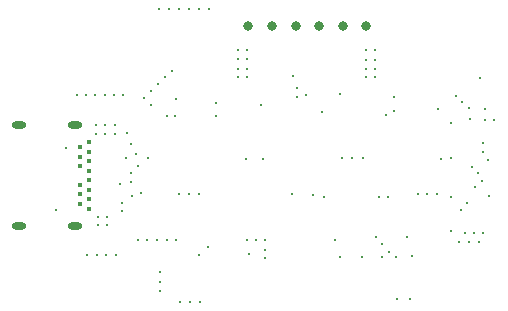
<source format=gbr>
%TF.GenerationSoftware,Altium Limited,Altium Designer,21.6.4 (81)*%
G04 Layer_Color=0*
%FSLAX26Y26*%
%MOIN*%
%TF.SameCoordinates,57458678-C278-4CFF-9AA2-19D65F52AC30*%
%TF.FilePolarity,Positive*%
%TF.FileFunction,Plated,1,2,PTH,Drill*%
%TF.Part,Single*%
G01*
G75*
%TA.AperFunction,ComponentDrill*%
%ADD50C,0.031496*%
%ADD51O,0.047244X0.023622*%
%ADD52C,0.015748*%
%TA.AperFunction,ViaDrill,NotFilled*%
%ADD53C,0.009842*%
D50*
X1111220Y500000D02*
D03*
X1032480D02*
D03*
X953740D02*
D03*
X796260D02*
D03*
X717520D02*
D03*
X875000D02*
D03*
D51*
X-46307Y168795D02*
D03*
Y-167425D02*
D03*
X139913Y168795D02*
D03*
Y-167425D02*
D03*
D52*
X157630Y-93803D02*
D03*
Y95173D02*
D03*
Y-62307D02*
D03*
Y63677D02*
D03*
Y-30811D02*
D03*
Y32181D02*
D03*
X185189Y-109551D02*
D03*
Y110921D02*
D03*
Y-78055D02*
D03*
Y79425D02*
D03*
Y-46559D02*
D03*
Y47929D02*
D03*
Y-15063D02*
D03*
Y16433D02*
D03*
D53*
X1345472Y-60039D02*
D03*
X1313484D02*
D03*
X1281496D02*
D03*
X712598Y-214567D02*
D03*
X744095D02*
D03*
X774606Y-275591D02*
D03*
Y-246063D02*
D03*
X146654Y270669D02*
D03*
X300197D02*
D03*
X269488D02*
D03*
X238779D02*
D03*
X208071D02*
D03*
X177362D02*
D03*
X586614Y557087D02*
D03*
X553149D02*
D03*
X519685D02*
D03*
X486220D02*
D03*
X452756D02*
D03*
X419291D02*
D03*
X608268Y197835D02*
D03*
Y241142D02*
D03*
X1455709Y189961D02*
D03*
X1408465Y265748D02*
D03*
X1430118Y245079D02*
D03*
X1452756Y225394D02*
D03*
X1488189Y325787D02*
D03*
X1507874Y221457D02*
D03*
X1537402Y187008D02*
D03*
X1507874D02*
D03*
X1418307Y-220472D02*
D03*
X1451772D02*
D03*
X1485236D02*
D03*
X1500000Y-191929D02*
D03*
X1469980D02*
D03*
X1439961D02*
D03*
X208661Y139764D02*
D03*
X239173D02*
D03*
X271654D02*
D03*
Y168307D02*
D03*
X239173D02*
D03*
X208661D02*
D03*
X247047Y-165354D02*
D03*
X215551D02*
D03*
X246063Y-136811D02*
D03*
X215551D02*
D03*
X558071Y-421260D02*
D03*
X523130D02*
D03*
X488189D02*
D03*
X423228Y-385827D02*
D03*
Y-353839D02*
D03*
Y-321850D02*
D03*
X477362Y-214567D02*
D03*
X445374D02*
D03*
X413386D02*
D03*
X381398D02*
D03*
X349409D02*
D03*
X275590Y-262795D02*
D03*
X243766D02*
D03*
X211942D02*
D03*
X180118D02*
D03*
X1139764Y418307D02*
D03*
Y386811D02*
D03*
Y357284D02*
D03*
Y328740D02*
D03*
X1109252D02*
D03*
Y357284D02*
D03*
Y386811D02*
D03*
Y418307D02*
D03*
X682087Y420276D02*
D03*
Y387795D02*
D03*
Y357284D02*
D03*
Y328740D02*
D03*
X713583D02*
D03*
Y357284D02*
D03*
Y387795D02*
D03*
Y420276D02*
D03*
X462598Y350394D02*
D03*
X438976Y327756D02*
D03*
X417323Y306102D02*
D03*
X392716Y282480D02*
D03*
X391732Y237205D02*
D03*
X370079Y259842D02*
D03*
X1007874Y-212598D02*
D03*
X1099409Y60039D02*
D03*
X1063976D02*
D03*
X1030512D02*
D03*
X1361220Y56102D02*
D03*
X1021654Y273622D02*
D03*
X552165Y-62008D02*
D03*
X520669Y-61024D02*
D03*
X487205D02*
D03*
X774606Y-214567D02*
D03*
X864173Y-62008D02*
D03*
X910433Y269685D02*
D03*
X878937Y260827D02*
D03*
Y291339D02*
D03*
X866142Y332677D02*
D03*
X329724Y-66929D02*
D03*
X361221Y-57087D02*
D03*
X383858Y59055D02*
D03*
X309055D02*
D03*
X344488Y70866D02*
D03*
X1204724Y214341D02*
D03*
X1177165Y203740D02*
D03*
X1202756Y263779D02*
D03*
X1350350Y223382D02*
D03*
X1246063Y-205709D02*
D03*
X1163643Y-228346D02*
D03*
X1144685Y-205709D02*
D03*
X1186516Y-252644D02*
D03*
X1181995Y-70087D02*
D03*
X934037Y-62601D02*
D03*
X1516732Y51275D02*
D03*
X1461983Y30143D02*
D03*
X1519685Y-66929D02*
D03*
X1471457Y-35946D02*
D03*
X1445809Y-92520D02*
D03*
X1427568Y-115739D02*
D03*
X313594Y141747D02*
D03*
X326772Y106299D02*
D03*
X350394Y31496D02*
D03*
X326772Y-19685D02*
D03*
X324869Y9844D02*
D03*
X1152469Y-69791D02*
D03*
X969578D02*
D03*
X708661Y55249D02*
D03*
X767128D02*
D03*
X476378Y256890D02*
D03*
X474409Y197835D02*
D03*
X444882D02*
D03*
X759842Y236220D02*
D03*
X1210630Y-269685D02*
D03*
X1023622Y-271654D02*
D03*
X581693Y-239173D02*
D03*
X718504Y-260827D02*
D03*
X1162402Y-269685D02*
D03*
X1097441Y-270669D02*
D03*
X552165Y-264764D02*
D03*
X1261811Y-268701D02*
D03*
X1212598Y-411417D02*
D03*
X1257874D02*
D03*
X1392716Y60039D02*
D03*
X1497680Y-15956D02*
D03*
X1483549Y9974D02*
D03*
X1500238Y80329D02*
D03*
X1499407Y109845D02*
D03*
X289370Y-27559D02*
D03*
X1391732Y-69882D02*
D03*
X295276Y-119094D02*
D03*
Y-89567D02*
D03*
X1391732Y175197D02*
D03*
Y-184055D02*
D03*
X74953Y-112634D02*
D03*
X109252Y92520D02*
D03*
X963583Y212598D02*
D03*
%TF.MD5,ac982c18c223c2c3899b363d3768f505*%
M02*

</source>
